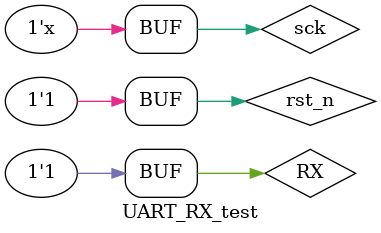
<source format=v>

`timescale 1ns / 1ps

module UART_RX_test;
	reg sck;
	reg rst_n;
	reg RX;
	wire [7 : 0] data_out;
	
	UART_RX DUT
		(
			.sck(sck),
			.rst_n(rst_n),
			.RX(RX),
			.data_out(data_out)
		);
		
	initial
		begin
			sck =1;
			rst_n = 0; RX = 0; #50; RX = 1; #50;
			rst_n = 1; RX = 1; #100;
			RX = 0; #20; 
			RX = 1; #20; 
			RX = 1; #20; 
			RX = 0; #20; 
			RX = 1; #20; 
			RX = 0; #20;
			RX = 1; #20;
			RX = 1; #20;
			RX = 0; #20; 
			RX = 1; #75;
			
			RX = 0; #20; 
			RX = 1; #20; 
			RX = 0; #20; 
			RX = 0; #20; 
			RX = 1; #20; 
			RX = 0; #20;
			RX = 1; #20;
			RX = 0; #20;
			RX = 1; #20; 
			RX = 1; #75;
			
			rst_n = 0; # 20;
			rst_n = 1; # 17;
			
			RX = 0; #20; 
			RX = 1; #20; 
			RX = 0; #20; 
			RX = 0; #20; 
			RX = 1; #20; 
			RX = 0; #20;
			RX = 1; #20;
			RX = 0; #20;
			RX = 1; #20; 
			RX = 1; #75;
			
			
			
		end
		
	always #10 sck = ~ sck;
	
endmodule
              		
</source>
